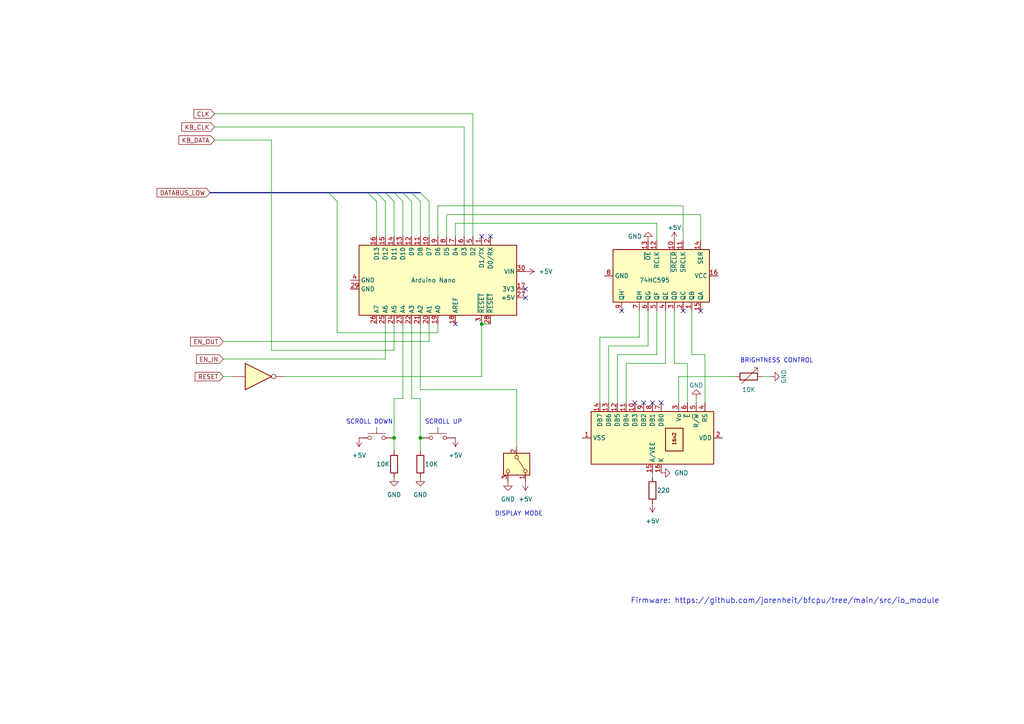
<source format=kicad_sch>
(kicad_sch (version 20231120) (generator "eeschema") (generator_version "8.0")
  (paper "A4")
  (lib_symbols
    (symbol "74xx:74HC595"
      (property "Reference" "U" (at -7.62 13.97 0))
      (property "Value" "74HC595" (at -7.62 -16.51 0))
      (symbol "74HC595_1_0"
        (pin tri_state line (at 10.16 7.62 180) (length 2.54) (name "QB") (number "1"))
        (pin input line (at -10.16 2.54 0) (length 2.54) (name "~{SRCLR}") (number "10"))
        (pin input line (at -10.16 5.08 0) (length 2.54) (name "SRCLK") (number "11"))
        (pin input line (at -10.16 -2.54 0) (length 2.54) (name "RCLK") (number "12"))
        (pin input line (at -10.16 -5.08 0) (length 2.54) (name "~{OE}") (number "13"))
        (pin input line (at -10.16 10.16 0) (length 2.54) (name "SER") (number "14"))
        (pin tri_state line (at 10.16 10.16 180) (length 2.54) (name "QA") (number "15"))
        (pin power_in line (at 0 15.24 270) (length 2.54) (name "VCC") (number "16"))
        (pin tri_state line (at 10.16 5.08 180) (length 2.54) (name "QC") (number "2"))
        (pin tri_state line (at 10.16 2.54 180) (length 2.54) (name "QD") (number "3"))
        (pin tri_state line (at 10.16 0 180) (length 2.54) (name "QE") (number "4"))
        (pin tri_state line (at 10.16 -2.54 180) (length 2.54) (name "QF") (number "5"))
        (pin tri_state line (at 10.16 -5.08 180) (length 2.54) (name "QG") (number "6"))
        (pin tri_state line (at 10.16 -7.62 180) (length 2.54) (name "QH") (number "7"))
        (pin power_in line (at 0 -17.78 90) (length 2.54) (name "GND") (number "8"))
        (pin output line (at 10.16 -12.7 180) (length 2.54) (name "QH'") (number "9"))
      )
      (symbol "74HC595_1_1"
        (rectangle (start -7.62 12.7) (end 7.62 -15.24) (stroke (width 0.254)) (fill (type background)))
      )
    )
    (symbol "74xx:74LS04" (pin_numbers hide)
      (property "Reference" "U" (at 0 1.27 0))
      (property "Value" "74LS04" (at 0 -1.27 0))
      (symbol "74LS04_1_0"
        (polyline (pts (xy -3.81 3.81) (xy -3.81 -3.81) (xy 3.81 0) (xy -3.81 3.81)) (stroke (width 0.254)) (fill (type background)))
        (pin input line (at -7.62 0 0) (length 3.81) (name "~") (number "1"))
        (pin output inverted (at 7.62 0 180) (length 3.81) (name "~") (number "2"))
      )
      (symbol "74LS04_2_0"
        (polyline (pts (xy -3.81 3.81) (xy -3.81 -3.81) (xy 3.81 0) (xy -3.81 3.81)) (stroke (width 0.254)) (fill (type background)))
        (pin input line (at -7.62 0 0) (length 3.81) (name "~") (number "3"))
        (pin output inverted (at 7.62 0 180) (length 3.81) (name "~") (number "4"))
      )
      (symbol "74LS04_3_0"
        (polyline (pts (xy -3.81 3.81) (xy -3.81 -3.81) (xy 3.81 0) (xy -3.81 3.81)) (stroke (width 0.254)) (fill (type background)))
        (pin input line (at -7.62 0 0) (length 3.81) (name "~") (number "5"))
        (pin output inverted (at 7.62 0 180) (length 3.81) (name "~") (number "6"))
      )
      (symbol "74LS04_4_0"
        (polyline (pts (xy -3.81 3.81) (xy -3.81 -3.81) (xy 3.81 0) (xy -3.81 3.81)) (stroke (width 0.254)) (fill (type background)))
        (pin output inverted (at 7.62 0 180) (length 3.81) (name "~") (number "8"))
        (pin input line (at -7.62 0 0) (length 3.81) (name "~") (number "9"))
      )
      (symbol "74LS04_5_0"
        (polyline (pts (xy -3.81 3.81) (xy -3.81 -3.81) (xy 3.81 0) (xy -3.81 3.81)) (stroke (width 0.254)) (fill (type background)))
        (pin output inverted (at 7.62 0 180) (length 3.81) (name "~") (number "10"))
        (pin input line (at -7.62 0 0) (length 3.81) (name "~") (number "11"))
      )
      (symbol "74LS04_6_0"
        (polyline (pts (xy -3.81 3.81) (xy -3.81 -3.81) (xy 3.81 0) (xy -3.81 3.81)) (stroke (width 0.254)) (fill (type background)))
        (pin output inverted (at 7.62 0 180) (length 3.81) (name "~") (number "12"))
        (pin input line (at -7.62 0 0) (length 3.81) (name "~") (number "13"))
      )
      (symbol "74LS04_7_0"
        (pin power_in line (at 0 12.7 270) (length 5.08) (name "VCC") (number "14"))
        (pin power_in line (at 0 -12.7 90) (length 5.08) (name "GND") (number "7"))
      )
      (symbol "74LS04_7_1"
        (rectangle (start -5.08 7.62) (end 5.08 -7.62) (stroke (width 0.254)) (fill (type background)))
      )
    )
    (symbol "Device:R" (pin_numbers hide) (pin_names (offset 0))
      (property "Reference" "R" (at 2.032 0 90))
      (property "Value" "R" (at 0 0 90))
      (symbol "R_0_1"
        (rectangle (start -1.016 -2.54) (end 1.016 2.54) (stroke (width 0.254)))
      )
      (symbol "R_1_1"
        (pin passive line (at 0 3.81 270) (length 1.27) (name "~") (number "1"))
        (pin passive line (at 0 -3.81 90) (length 1.27) (name "~") (number "2"))
      )
    )
    (symbol "Device:R_Variable" (pin_numbers hide) (pin_names (offset 0))
      (property "Reference" "R" (at 2.54 -2.54 90))
      (property "Value" "R_Variable" (at -2.54 -1.27 90))
      (symbol "R_Variable_0_1"
        (rectangle (start -1.016 -2.54) (end 1.016 2.54) (stroke (width 0.254)))
        (polyline (pts (xy 2.54 1.524) (xy 2.54 2.54) (xy 1.524 2.54) (xy 2.54 2.54) (xy -2.032 -2.032)))
      )
      (symbol "R_Variable_1_1"
        (pin passive line (at 0 3.81 270) (length 1.27) (name "~") (number "1"))
        (pin passive line (at 0 -3.81 90) (length 1.27) (name "~") (number "2"))
      )
    )
    (symbol "Display_Character:RC1602A-GHW-ESX"
      (symbol "RC1602A-GHW-ESX_0_0"
        (rectangle (start -2.794 8.89) (end 3.81 3.81) (stroke (width 0.254)) (fill (type background)))
        (text "16x2" (at 0.254 6.35 0) (effects (font (size 0.9906 0.9906) (bold yes))))
      )
      (symbol "RC1602A-GHW-ESX_0_1"
        (rectangle (start -7.62 17.78) (end 7.62 -17.78) (stroke (width 0.254)) (fill (type background)))
      )
      (symbol "RC1602A-GHW-ESX_1_1"
        (pin power_in line (at 0 -20.32 90) (length 2.54) (name "VSS") (number "1"))
        (pin bidirectional line (at -10.16 -5.08 0) (length 2.54) (name "DB3") (number "10"))
        (pin bidirectional line (at -10.16 -7.62 0) (length 2.54) (name "DB4") (number "11"))
        (pin bidirectional line (at -10.16 -10.16 0) (length 2.54) (name "DB5") (number "12"))
        (pin bidirectional line (at -10.16 -12.7 0) (length 2.54) (name "DB6") (number "13"))
        (pin bidirectional line (at -10.16 -15.24 0) (length 2.54) (name "DB7") (number "14"))
        (pin passive line (at 10.16 0 180) (length 2.54) (name "A/VEE") (number "15"))
        (pin passive line (at 10.16 2.54 180) (length 2.54) (name "K") (number "16"))
        (pin power_in line (at 0 20.32 270) (length 2.54) (name "VDD") (number "2"))
        (pin input line (at -10.16 7.62 0) (length 2.54) (name "Vo") (number "3"))
        (pin input line (at -10.16 15.24 0) (length 2.54) (name "RS") (number "4"))
        (pin input line (at -10.16 12.7 0) (length 2.54) (name "R/~{W}") (number "5"))
        (pin input line (at -10.16 10.16 0) (length 2.54) (name "~{E}") (number "6"))
        (pin bidirectional line (at -10.16 2.54 0) (length 2.54) (name "DB0") (number "7"))
        (pin bidirectional line (at -10.16 0 0) (length 2.54) (name "DB1") (number "8"))
        (pin bidirectional line (at -10.16 -2.54 0) (length 2.54) (name "DB2") (number "9"))
      )
    )
    (symbol "MCU_Module:Arduino_Nano_v3.x"
      (property "Reference" "A" (at -10.16 23.495 0))
      (property "Value" "Arduino_Nano_v3.x" (at 5.08 -24.13 0))
      (symbol "Arduino_Nano_v3.x_0_1"
        (rectangle (start -10.16 22.86) (end 10.16 -22.86) (stroke (width 0.254)) (fill (type background)))
      )
      (symbol "Arduino_Nano_v3.x_1_1"
        (pin bidirectional line (at -12.7 12.7 0) (length 2.54) (name "D1/TX") (number "1"))
        (pin bidirectional line (at -12.7 -2.54 0) (length 2.54) (name "D7") (number "10"))
        (pin bidirectional line (at -12.7 -5.08 0) (length 2.54) (name "D8") (number "11"))
        (pin bidirectional line (at -12.7 -7.62 0) (length 2.54) (name "D9") (number "12"))
        (pin bidirectional line (at -12.7 -10.16 0) (length 2.54) (name "D10") (number "13"))
        (pin bidirectional line (at -12.7 -12.7 0) (length 2.54) (name "D11") (number "14"))
        (pin bidirectional line (at -12.7 -15.24 0) (length 2.54) (name "D12") (number "15"))
        (pin bidirectional line (at -12.7 -17.78 0) (length 2.54) (name "D13") (number "16"))
        (pin power_out line (at 2.54 25.4 270) (length 2.54) (name "3V3") (number "17"))
        (pin input line (at 12.7 5.08 180) (length 2.54) (name "AREF") (number "18"))
        (pin bidirectional line (at 12.7 0 180) (length 2.54) (name "A0") (number "19"))
        (pin bidirectional line (at -12.7 15.24 0) (length 2.54) (name "D0/RX") (number "2"))
        (pin bidirectional line (at 12.7 -2.54 180) (length 2.54) (name "A1") (number "20"))
        (pin bidirectional line (at 12.7 -5.08 180) (length 2.54) (name "A2") (number "21"))
        (pin bidirectional line (at 12.7 -7.62 180) (length 2.54) (name "A3") (number "22"))
        (pin bidirectional line (at 12.7 -10.16 180) (length 2.54) (name "A4") (number "23"))
        (pin bidirectional line (at 12.7 -12.7 180) (length 2.54) (name "A5") (number "24"))
        (pin bidirectional line (at 12.7 -15.24 180) (length 2.54) (name "A6") (number "25"))
        (pin bidirectional line (at 12.7 -17.78 180) (length 2.54) (name "A7") (number "26"))
        (pin power_out line (at 5.08 25.4 270) (length 2.54) (name "+5V") (number "27"))
        (pin input line (at 12.7 15.24 180) (length 2.54) (name "~{RESET}") (number "28"))
        (pin power_in line (at 2.54 -25.4 90) (length 2.54) (name "GND") (number "29"))
        (pin input line (at 12.7 12.7 180) (length 2.54) (name "~{RESET}") (number "3"))
        (pin power_in line (at -2.54 25.4 270) (length 2.54) (name "VIN") (number "30"))
        (pin power_in line (at 0 -25.4 90) (length 2.54) (name "GND") (number "4"))
        (pin bidirectional line (at -12.7 10.16 0) (length 2.54) (name "D2") (number "5"))
        (pin bidirectional line (at -12.7 7.62 0) (length 2.54) (name "D3") (number "6"))
        (pin bidirectional line (at -12.7 5.08 0) (length 2.54) (name "D4") (number "7"))
        (pin bidirectional line (at -12.7 2.54 0) (length 2.54) (name "D5") (number "8"))
        (pin bidirectional line (at -12.7 0 0) (length 2.54) (name "D6") (number "9"))
      )
    )
    (symbol "Switch:SW_DPDT_x2" (pin_names (offset 0) hide)
      (property "Reference" "SW" (at 0 5.08 0))
      (property "Value" "SW_DPDT_x2" (at 0 -5.08 0))
      (symbol "SW_DPDT_x2_0_0"
        (circle (center -2.032 0) (radius 0.508))
        (circle (center 2.032 -2.54) (radius 0.508))
      )
      (symbol "SW_DPDT_x2_0_1"
        (rectangle (start -3.175 3.81) (end 3.175 -3.81) (stroke (width 0.254)) (fill (type background)))
        (polyline (pts (xy -1.524 0.254) (xy 1.5748 2.286)))
        (circle (center 2.032 2.54) (radius 0.508))
      )
      (symbol "SW_DPDT_x2_1_1"
        (pin passive line (at 5.08 2.54 180) (length 2.54) (name "A") (number "1"))
        (pin passive line (at -5.08 0 0) (length 2.54) (name "B") (number "2"))
        (pin passive line (at 5.08 -2.54 180) (length 2.54) (name "C") (number "3"))
      )
      (symbol "SW_DPDT_x2_2_1"
        (pin passive line (at 5.08 2.54 180) (length 2.54) (name "A") (number "4"))
        (pin passive line (at -5.08 0 0) (length 2.54) (name "B") (number "5"))
        (pin passive line (at 5.08 -2.54 180) (length 2.54) (name "C") (number "6"))
      )
    )
    (symbol "Switch:SW_MEC_5G" (pin_numbers hide) (pin_names (offset 1.016) hide)
      (property "Reference" "SW" (at 1.27 2.54 0))
      (property "Value" "SW_MEC_5G" (at 0 -1.524 0))
      (symbol "SW_MEC_5G_0_1"
        (circle (center -2.032 0) (radius 0.508))
        (polyline (pts (xy 0 1.27) (xy 0 3.048)))
        (polyline (pts (xy 2.54 1.27) (xy -2.54 1.27)))
        (circle (center 2.032 0) (radius 0.508))
        (pin passive line (at -5.08 0 0) (length 2.54) (name "A") (number "1"))
        (pin passive line (at 5.08 0 180) (length 2.54) (name "B") (number "3"))
      )
      (symbol "SW_MEC_5G_1_1"
        (pin passive line (at -5.08 0 0) (length 2.54) hide (name "A") (number "2"))
        (pin passive line (at 5.08 0 180) (length 2.54) hide (name "B") (number "4"))
      )
    )
    (symbol "power:+5V" (power) (pin_names (offset 0))
      (property "Value" "+5V" (at 0 3.556 0))
      (symbol "+5V_0_1"
        (polyline (pts (xy -0.762 1.27) (xy 0 2.54)))
        (polyline (pts (xy 0 0) (xy 0 2.54)))
        (polyline (pts (xy 0 2.54) (xy 0.762 1.27)))
      )
      (symbol "+5V_1_1"
        (pin power_in line (at 0 0 90) (length 0) hide (name "+5V") (number "1"))
      )
    )
    (symbol "power:GND" (power) (pin_names (offset 0))
      (property "Value" "GND" (at 0 -3.81 0))
      (symbol "GND_0_1"
        (polyline (pts (xy 0 0) (xy 0 -1.27) (xy 1.27 -1.27) (xy 0 -2.54) (xy -1.27 -1.27) (xy 0 -1.27)))
      )
      (symbol "GND_1_1"
        (pin power_in line (at 0 0 270) (length 0) hide (name "GND") (number "1"))
      )
    )
  )
  (junction (at 114.3 127))
  (junction (at 139.7 93.98))
  (junction (at 121.92 127))
  (no_connect (at 186.69 116.84))
  (no_connect (at 152.4 83.82))
  (no_connect (at 142.24 68.58))
  (no_connect (at 152.4 86.36))
  (no_connect (at 184.15 116.84))
  (no_connect (at 189.23 116.84))
  (no_connect (at 203.2 90.17))
  (no_connect (at 180.34 90.17))
  (no_connect (at 191.77 116.84))
  (no_connect (at 132.08 93.98))
  (no_connect (at 198.12 90.17))
  (no_connect (at 139.7 68.58))
  (bus_entry (at 95.25 55.88) (size 2.54 2.54))
  (bus_entry (at 114.3 55.88) (size 2.54 2.54))
  (bus_entry (at 119.38 55.88) (size 2.54 2.54))
  (bus_entry (at 111.76 55.88) (size 2.54 2.54))
  (bus_entry (at 116.84 55.88) (size 2.54 2.54))
  (bus_entry (at 109.22 55.88) (size 2.54 2.54))
  (bus_entry (at 106.68 55.88) (size 2.54 2.54))
  (bus_entry (at 121.92 55.88) (size 2.54 2.54))
  (wire (pts (xy 78.74 40.64) (xy 78.74 101.6)))
  (wire (pts (xy 223.52 109.22) (xy 220.98 109.22)))
  (bus (pts (xy 109.22 55.88) (xy 111.76 55.88)))
  (wire (pts (xy 119.38 58.42) (xy 119.38 68.58)))
  (wire (pts (xy 196.85 116.84) (xy 196.85 109.22)))
  (wire (pts (xy 119.38 93.98) (xy 119.38 115.57)))
  (wire (pts (xy 195.58 90.17) (xy 195.58 105.41)))
  (bus (pts (xy 116.84 55.88) (xy 119.38 55.88)))
  (wire (pts (xy 64.77 109.22) (xy 67.31 109.22)))
  (wire (pts (xy 190.5 64.77) (xy 190.5 69.85)))
  (wire (pts (xy 97.79 58.42) (xy 97.79 96.52)))
  (wire (pts (xy 139.7 93.98) (xy 142.24 93.98)))
  (wire (pts (xy 187.96 90.17) (xy 187.96 100.33)))
  (wire (pts (xy 196.85 109.22) (xy 213.36 109.22)))
  (wire (pts (xy 127 59.69) (xy 127 68.58)))
  (wire (pts (xy 200.66 102.87) (xy 204.47 102.87)))
  (wire (pts (xy 114.3 115.57) (xy 116.84 115.57)))
  (wire (pts (xy 82.55 109.22) (xy 139.7 109.22)))
  (wire (pts (xy 121.92 58.42) (xy 121.92 68.58)))
  (wire (pts (xy 198.12 59.69) (xy 198.12 69.85)))
  (wire (pts (xy 204.47 102.87) (xy 204.47 116.84)))
  (wire (pts (xy 127 96.52) (xy 97.79 96.52)))
  (wire (pts (xy 190.5 102.87) (xy 179.07 102.87)))
  (wire (pts (xy 109.22 58.42) (xy 109.22 68.58)))
  (wire (pts (xy 64.77 104.14) (xy 111.76 104.14)))
  (wire (pts (xy 193.04 105.41) (xy 181.61 105.41)))
  (wire (pts (xy 185.42 97.79) (xy 173.99 97.79)))
  (wire (pts (xy 127 59.69) (xy 198.12 59.69)))
  (wire (pts (xy 173.99 97.79) (xy 173.99 116.84)))
  (wire (pts (xy 62.23 40.64) (xy 78.74 40.64)))
  (wire (pts (xy 111.76 104.14) (xy 111.76 93.98)))
  (wire (pts (xy 62.23 33.02) (xy 137.16 33.02)))
  (wire (pts (xy 62.23 36.83) (xy 134.62 36.83)))
  (bus (pts (xy 106.68 55.88) (xy 109.22 55.88)))
  (bus (pts (xy 95.25 55.88) (xy 106.68 55.88)))
  (wire (pts (xy 64.77 99.06) (xy 124.46 99.06)))
  (wire (pts (xy 203.2 62.23) (xy 203.2 69.85)))
  (wire (pts (xy 200.66 90.17) (xy 200.66 102.87)))
  (wire (pts (xy 129.54 62.23) (xy 203.2 62.23)))
  (wire (pts (xy 187.96 100.33) (xy 176.53 100.33)))
  (wire (pts (xy 124.46 58.42) (xy 124.46 68.58)))
  (wire (pts (xy 132.08 64.77) (xy 190.5 64.77)))
  (wire (pts (xy 190.5 90.17) (xy 190.5 102.87)))
  (wire (pts (xy 121.92 93.98) (xy 121.92 113.03)))
  (bus (pts (xy 60.96 55.88) (xy 95.25 55.88)))
  (wire (pts (xy 121.92 127) (xy 121.92 130.81)))
  (wire (pts (xy 185.42 90.17) (xy 185.42 97.79)))
  (bus (pts (xy 111.76 55.88) (xy 114.3 55.88)))
  (wire (pts (xy 114.3 127) (xy 114.3 130.81)))
  (wire (pts (xy 199.39 105.41) (xy 199.39 116.84)))
  (wire (pts (xy 114.3 101.6) (xy 78.74 101.6)))
  (wire (pts (xy 114.3 127) (xy 114.3 115.57)))
  (wire (pts (xy 124.46 93.98) (xy 124.46 99.06)))
  (wire (pts (xy 114.3 58.42) (xy 114.3 68.58)))
  (wire (pts (xy 127 93.98) (xy 127 96.52)))
  (wire (pts (xy 193.04 90.17) (xy 193.04 105.41)))
  (wire (pts (xy 149.86 113.03) (xy 149.86 129.54)))
  (wire (pts (xy 132.08 64.77) (xy 132.08 68.58)))
  (wire (pts (xy 121.92 113.03) (xy 149.86 113.03)))
  (wire (pts (xy 134.62 36.83) (xy 134.62 68.58)))
  (wire (pts (xy 201.93 116.84) (xy 201.93 115.57)))
  (wire (pts (xy 181.61 105.41) (xy 181.61 116.84)))
  (wire (pts (xy 137.16 33.02) (xy 137.16 68.58)))
  (wire (pts (xy 111.76 58.42) (xy 111.76 68.58)))
  (wire (pts (xy 116.84 93.98) (xy 116.84 115.57)))
  (wire (pts (xy 129.54 62.23) (xy 129.54 68.58)))
  (wire (pts (xy 189.23 137.16) (xy 189.23 138.43)))
  (wire (pts (xy 179.07 102.87) (xy 179.07 116.84)))
  (wire (pts (xy 114.3 93.98) (xy 114.3 101.6)))
  (bus (pts (xy 119.38 55.88) (xy 121.92 55.88)))
  (bus (pts (xy 114.3 55.88) (xy 116.84 55.88)))
  (wire (pts (xy 195.58 105.41) (xy 199.39 105.41)))
  (wire (pts (xy 116.84 58.42) (xy 116.84 68.58)))
  (wire (pts (xy 139.7 109.22) (xy 139.7 93.98)))
  (wire (pts (xy 176.53 100.33) (xy 176.53 116.84)))
  (wire (pts (xy 121.92 127) (xy 121.92 115.57)))
  (wire (pts (xy 121.92 115.57) (xy 119.38 115.57)))
  (text "BRIGHTNESS CONTROL" (at 214.63 105.41 0) (effects (font (size 1.27 1.27)) (justify left bottom)))
  (text "SCROLL DOWN" (at 100.33 123.19 0) (effects (font (size 1.27 1.27)) (justify left bottom)))
  (text "DISPLAY MODE" (at 143.51 149.86 0) (effects (font (size 1.27 1.27)) (justify left bottom)))
  (text "SCROLL UP" (at 123.19 123.19 0) (effects (font (size 1.27 1.27)) (justify left bottom)))
  (text "Firmware: https://github.com/jorenheit/bfcpu/tree/main/src/io_module" (at 182.88 175.26 0) (effects (font (size 1.6 1.6)) (justify left bottom)))
  (global_label "EN_IN" (shape input) (at 64.77 104.14 180) (property "Intersheetrefs" "${INTERSHEET_REFS}" (effects (hide yes))))
  (global_label "EN_OUT" (shape input) (at 64.77 99.06 180) (property "Intersheetrefs" "${INTERSHEET_REFS}" (effects (hide yes))))
  (global_label "DATABUS_LOW" (shape input) (at 60.96 55.88 180) (property "Intersheetrefs" "${INTERSHEET_REFS}" (effects (hide yes))))
  (global_label "CLK" (shape input) (at 62.23 33.02 180) (property "Intersheetrefs" "${INTERSHEET_REFS}" (effects (hide yes))))
  (global_label "KB_DATA" (shape input) (at 62.23 40.64 180) (property "Intersheetrefs" "${INTERSHEET_REFS}" (effects (hide yes))))
  (global_label "RESET" (shape input) (at 64.77 109.22 180) (property "Intersheetrefs" "${INTERSHEET_REFS}" (effects (hide yes))))
  (global_label "KB_CLK" (shape input) (at 62.23 36.83 180) (property "Intersheetrefs" "${INTERSHEET_REFS}" (effects (hide yes))))
  (symbol (lib_id "74xx:74HC595") (at 193.04 80.01 270) (unit 1)
    (property "Reference" "U3" (effects (hide yes)))
    (property "Value" "74HC595" (at 185.42 81.28 90) (effects (justify left)))
    (property "Datasheet" "http://www.ti.com/lit/ds/symlink/sn74hc595.pdf" (effects (hide yes)))
  )
  (symbol (lib_id "power:+5V") (at 152.4 78.74 270) (unit 1)
    (property "Reference" "#PWR013" (effects (hide yes)))
    (property "Value" "+5V" (at 156.21 78.74 90) (effects (justify left)))
  )
  (symbol (lib_id "power:GND") (at 223.52 109.22 90) (mirror x) (unit 1)
    (property "Reference" "#PWR010" (effects (hide yes)))
    (property "Value" "GND" (at 227.33 109.22 0))
  )
  (symbol (lib_id "Device:R_Variable") (at 217.17 109.22 270) (mirror x) (unit 1)
    (property "Reference" "R3" (effects (hide yes)))
    (property "Value" "10K" (at 217.17 113.03 90))
  )
  (symbol (lib_id "power:+5V") (at 132.08 127 180) (unit 1)
    (property "Reference" "#PWR04" (effects (hide yes)))
    (property "Value" "+5V" (at 132.08 132.08 0))
  )
  (symbol (lib_id "power:GND") (at 187.96 69.85 0) (mirror x) (unit 1)
    (property "Reference" "#PWR08" (effects (hide yes)))
    (property "Value" "GND" (at 184.15 68.58 0))
  )
  (symbol (lib_id "power:GND") (at 191.77 137.16 90) (unit 1)
    (property "Reference" "#PWR012" (effects (hide yes)))
    (property "Value" "GND" (at 195.58 137.16 90) (effects (justify right)))
  )
  (symbol (lib_id "power:+5V") (at 152.4 139.7 180) (unit 1)
    (property "Reference" "#PWR06" (effects (hide yes)))
    (property "Value" "+5V" (at 152.4 144.78 0))
  )
  (symbol (lib_id "power:GND") (at 201.93 115.57 0) (mirror x) (unit 1)
    (property "Reference" "#PWR09" (effects (hide yes)))
    (property "Value" "GND" (at 201.93 111.76 0))
  )
  (symbol (lib_id "Switch:SW_MEC_5G") (at 109.22 127 0) (mirror y) (unit 1)
    (property "Reference" "SW1" (effects (hide yes)))
    (property "Value" "SW_MEC_5G" (effects (hide yes)))
    (property "Datasheet" "http://www.apem.com/int/index.php?controller=attachment&id_attachment=488" (effects (hide yes)))
  )
  (symbol (lib_id "74xx:74LS04") (at 74.93 109.22 0) (unit 1)
    (property "Reference" "U2" (effects (hide yes)))
    (property "Value" "74LS04" (effects (hide yes)))
    (property "Datasheet" "http://www.ti.com/lit/gpn/sn74LS04" (effects (hide yes)))
  )
  (symbol (lib_id "power:GND") (at 147.32 139.7 0) (mirror y) (unit 1)
    (property "Reference" "#PWR05" (effects (hide yes)))
    (property "Value" "GND" (at 147.32 144.78 0))
  )
  (symbol (lib_id "power:+5V") (at 195.58 69.85 0) (unit 1)
    (property "Reference" "#PWR07" (effects (hide yes)))
    (property "Value" "+5V" (at 195.58 66.04 0))
  )
  (symbol (lib_id "power:+5V") (at 104.14 127 0) (mirror x) (unit 1)
    (property "Reference" "#PWR02" (effects (hide yes)))
    (property "Value" "+5V" (at 104.14 132.08 0))
  )
  (symbol (lib_id "Display_Character:RC1602A-GHW-ESX") (at 189.23 127 270) (unit 1)
    (property "Reference" "U1" (effects (hide yes)))
    (property "Value" "RC1602A-GHW-ESX" (effects (hide yes)))
    (property "Footprint" "Display:RC1602A" (effects (hide yes)))
    (property "Datasheet" "http://www.raystar-optronics.com/down.php?ProID=18" (effects (hide yes)))
  )
  (symbol (lib_id "Device:R") (at 189.23 142.24 0) (unit 1)
    (property "Reference" "R4" (effects (hide yes)))
    (property "Value" "220" (at 190.5 142.24 0) (effects (justify left)))
  )
  (symbol (lib_id "power:GND") (at 114.3 138.43 0) (mirror y) (unit 1)
    (property "Reference" "#PWR01" (effects (hide yes)))
    (property "Value" "GND" (at 114.3 143.51 0))
  )
  (symbol (lib_id "MCU_Module:Arduino_Nano_v3.x") (at 127 81.28 270) (unit 1)
    (property "Reference" "A2" (effects (hide yes)))
    (property "Value" "Arduino Nano" (at 125.73 81.28 90))
    (property "Footprint" "Module:Arduino_Nano" (effects (hide yes)))
    (property "Datasheet" "http://www.mouser.com/pdfdocs/Gravitech_Arduino_Nano3_0.pdf" (effects (hide yes)))
  )
  (symbol (lib_id "Switch:SW_DPDT_x2") (at 149.86 134.62 270) (unit 1)
    (property "Reference" "SW2" (effects (hide yes)))
    (property "Value" "SW_DPDT_x2" (effects (hide yes)))
  )
  (symbol (lib_id "Device:R") (at 114.3 134.62 0) (mirror y) (unit 1)
    (property "Reference" "R1" (effects (hide yes)))
    (property "Value" "10K" (at 113.03 134.62 0) (effects (justify left)))
  )
  (symbol (lib_id "Device:R") (at 121.92 134.62 0) (unit 1)
    (property "Reference" "R2" (effects (hide yes)))
    (property "Value" "10K" (at 123.19 134.62 0) (effects (justify left)))
  )
  (symbol (lib_id "Switch:SW_MEC_5G") (at 127 127 0) (unit 1)
    (property "Reference" "SW3" (effects (hide yes)))
    (property "Value" "SW_MEC_5G" (effects (hide yes)))
    (property "Datasheet" "http://www.apem.com/int/index.php?controller=attachment&id_attachment=488" (effects (hide yes)))
  )
  (symbol (lib_id "power:+5V") (at 189.23 146.05 180) (unit 1)
    (property "Reference" "#PWR011" (effects (hide yes)))
    (property "Value" "+5V" (at 189.23 151.13 0))
  )
  (symbol (lib_id "power:GND") (at 121.92 138.43 0) (unit 1)
    (property "Reference" "#PWR03" (effects (hide yes)))
    (property "Value" "GND" (at 121.92 143.51 0))
  )
)
</source>
